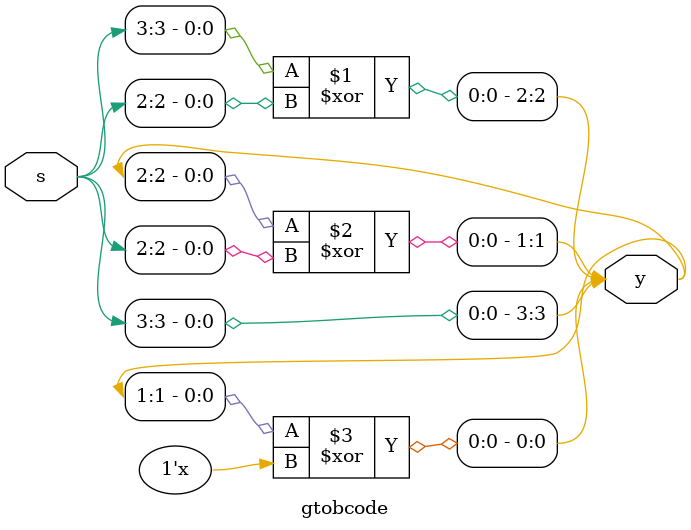
<source format=sv>
module gtobcode (input logic [3:0]s, output logic [3:0]y);
	assign y[3] = s[3];
	xor g1 (y[2], s[3], s[2]);
	xor g2 (y[1], y[2], s[2]);
	xor g3 (y[0], y[1], s[9]);
endmodule

</source>
